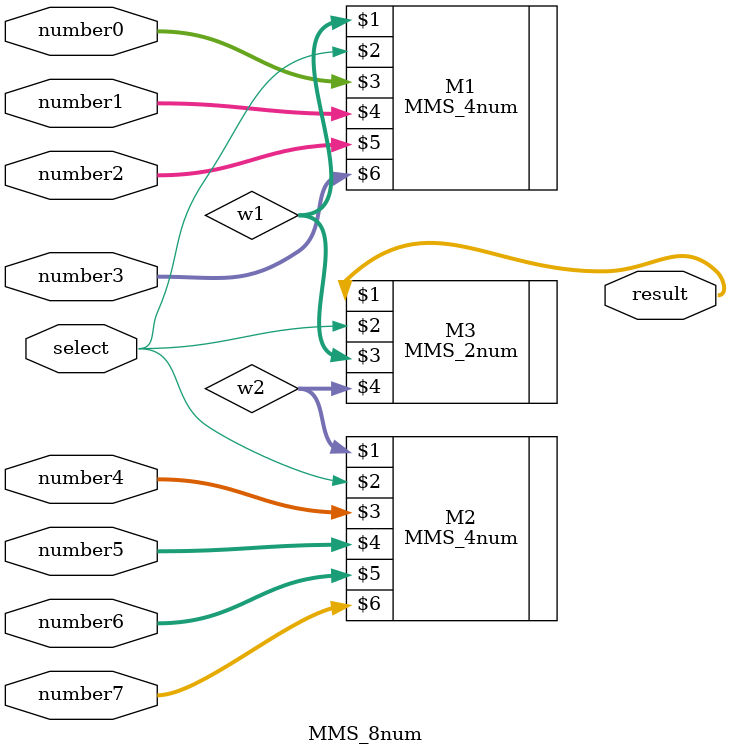
<source format=v>
`include "MMS_4num.v"

module MMS_8num(result, select, number0, number1, number2, number3, number4, number5, number6, number7);

input        select;
input  [7:0] number0;
input  [7:0] number1;
input  [7:0] number2;
input  [7:0] number3;
input  [7:0] number4;
input  [7:0] number5;
input  [7:0] number6;
input  [7:0] number7;
output [7:0] result;
wire [7:0] w1, w2;

MMS_4num M1(w1, select, number0, number1, number2, number3);
MMS_4num M2(w2, select, number4, number5, number6, number7);
MMS_2num M3(result, select, w1, w2);

endmodule
</source>
